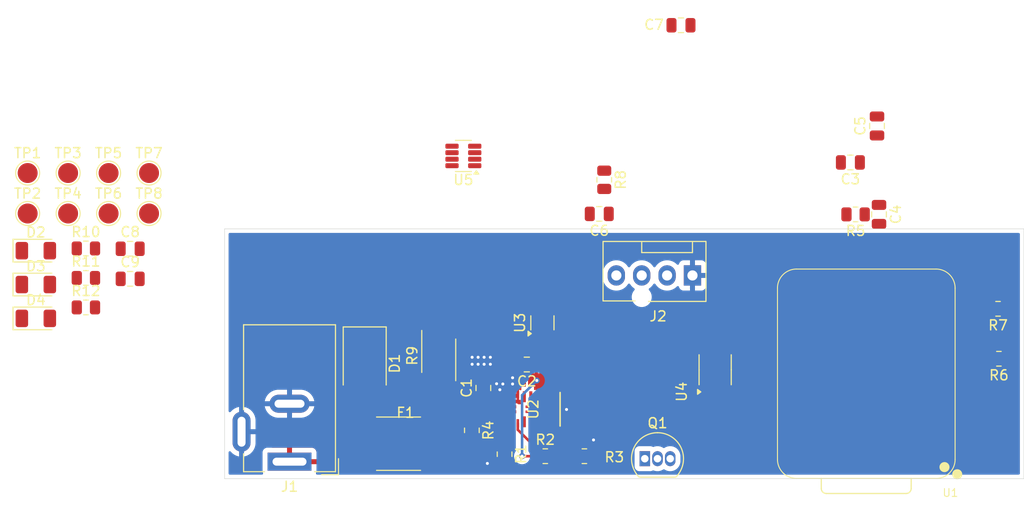
<source format=kicad_pcb>
(kicad_pcb (version 20241229) (generator "pcbnew") (generator_version "9.0")
  (layers (0 "F.Cu" signal) (2 "B.Cu" signal) (13 "F.Paste" user) (15 "B.Paste" user) (5 "F.SilkS" user "F.Silkscreen") (7 "B.SilkS" user "B.Silkscreen") (1 "F.Mask" user) (3 "B.Mask" user) (25 "Edge.Cuts" user))
  (net 0 "")
  (net 1 "GND")
  (net 2 "+12V")
  (net 3 "+5V")
  (net 4 "VCC")
  (net 5 "+3V3")
  (net 6 "/DC_IN")
  (net 7 "TACH")
  (net 8 "FAN")
  (net 9 "VDC")
  (net 10 "/TEMP_P")
  (net 11 "/TEMP_D")
  (net 12 "Net-(U2-AAM)")
  (net 13 "Net-(U2-FB)")
  (net 14 "Net-(U2-EN)")
  (net 15 "Net-(U3-ST)")
  (net 16 "SDA")
  (net 17 "SCL")
  (net 18 "Net-(D2-A)")
  (net 19 "Net-(D3-A)")
  (net 44 "/SW")
  (net 47 "Net-(D4-A)")
  (net 48 "/VSense-")
  (net 49 "/VSense+")
  (footprint "Connector_BarrelJack:BarrelJack_Wuerth_6941xx301002" (layer "F.Cu") (at 117 106.3 180)
    (property "Reference" "J1" (at 0 -2.5 0) (layer "F.SilkS"))
    (property "Value" "Barrel_Jack_Switch")
    (fp_line (start 4.6 13.7) (end -4.6 13.7) (stroke (width 0.12)) (layer "F.SilkS"))
    (fp_line (start 4.6 5.2) (end 4.6 13.7) (stroke (width 0.12)) (layer "F.SilkS"))
    (fp_line (start 4.6 -1) (end 4.6 0.8) (stroke (width 0.12)) (layer "F.SilkS"))
    (fp_line (start 2.5 -1) (end 4.6 -1) (stroke (width 0.12)) (layer "F.SilkS"))
    (fp_line (start -3.2 -1.3) (end -4.9 -1.3) (stroke (width 0.12)) (layer "F.SilkS"))
    (fp_line (start -4.6 13.7) (end -4.6 -1) (stroke (width 0.12)) (layer "F.SilkS"))
    (fp_line (start -4.6 -1) (end -2.5 -1) (stroke (width 0.12)) (layer "F.SilkS"))
    (fp_line (start -4.9 -1.3) (end -4.9 0.3) (stroke (width 0.12)) (layer "F.SilkS"))
    (pad "1" thru_hole rect (at 0 0 180) (size 4.4 1.8) (drill oval 3.4 0.8) (layers "*.Cu" "*.Mask") (net 6 "/DC_IN"))
    (pad "2" thru_hole oval (at 0 5.8 180) (size 4 1.8) (drill oval 3 0.8) (layers "*.Cu" "*.Mask") (net 1 "GND"))
    (pad "3" thru_hole oval (at 4.8 3 270) (size 4 1.8) (drill oval 3 0.8) (layers "*.Cu" "*.Mask") (net 1 "GND"))
  )
  (footprint "Resistor_SMD:R_0805_2012Metric" (layer "F.Cu") (at 96.62 90.86)
    (property "Reference" "R12" (at 0 -1.65 0) (layer "F.SilkS"))
    (property "Value" "10k")
    (fp_line (start -0.227064 -0.735) (end 0.227064 -0.735) (stroke (width 0.12)) (layer "F.SilkS"))
    (fp_line (start -0.227064 0.735) (end 0.227064 0.735) (stroke (width 0.12)) (layer "F.SilkS"))
    (pad "1" smd roundrect (at -0.9125 0) (size 1.025 1.4) (layers "F.Cu" "F.Mask" "F.Paste") (roundrect_rratio 0.243902) (net 4 "VCC"))
    (pad "2" smd roundrect (at 0.9125 0) (size 1.025 1.4) (layers "F.Cu" "F.Mask" "F.Paste") (roundrect_rratio 0.243902) (net 47 "Net-(D4-A)"))
  )
  (footprint "Capacitor_SMD:C_0805_2012Metric" (layer "F.Cu") (at 101.05 88)
    (property "Reference" "C9" (at 0 -1.68 0) (layer "F.SilkS"))
    (property "Value" "0.1u")
    (fp_line (start -0.261252 -0.735) (end 0.261252 -0.735) (stroke (width 0.12)) (layer "F.SilkS"))
    (fp_line (start -0.261252 0.735) (end 0.261252 0.735) (stroke (width 0.12)) (layer "F.SilkS"))
    (pad "1" smd roundrect (at -0.95 0) (size 1 1.45) (layers "F.Cu" "F.Mask" "F.Paste") (net 5 "+3V3"))
    (pad "2" smd roundrect (at 0.95 0) (size 1 1.45) (layers "F.Cu" "F.Mask" "F.Paste") (net 1 "GND"))
  )
  (footprint "LED_SMD:LED_1206_3216Metric" (layer "F.Cu") (at 91.61 85.18)
    (property "Reference" "D2" (at 0 -1.83 0) (layer "F.SilkS"))
    (property "Value" "LED")
    (fp_line (start -2.285 -1.135) (end -2.285 1.135) (stroke (width 0.12)) (layer "F.SilkS"))
    (fp_line (start -2.285 1.135) (end 1.6 1.135) (stroke (width 0.12)) (layer "F.SilkS"))
    (fp_line (start 1.6 -1.135) (end -2.285 -1.135) (stroke (width 0.12)) (layer "F.SilkS"))
    (pad "1" smd roundrect (at -1.4 0) (size 1.25 1.75) (layers "F.Cu" "F.Mask" "F.Paste") (roundrect_rratio 0.2) (net 1 "GND"))
    (pad "2" smd roundrect (at 1.4 0) (size 1.25 1.75) (layers "F.Cu" "F.Mask" "F.Paste") (roundrect_rratio 0.2) (net 18 "Net-(D2-A)"))
  )
  (footprint "Resistor_SMD:R_0805_2012Metric" (layer "F.Cu") (at 146.5125 105.75)
    (property "Reference" "R3" (at 3 0.1 0) (layer "F.SilkS"))
    (property "Value" "19.1k")
    (fp_line (start -0.227064 -0.735) (end 0.227064 -0.735) (stroke (width 0.12)) (layer "F.SilkS"))
    (fp_line (start -0.227064 0.735) (end 0.227064 0.735) (stroke (width 0.12)) (layer "F.SilkS"))
    (pad "1" smd roundrect (at -0.9125 0) (size 1.025 1.4) (layers "F.Cu" "F.Mask" "F.Paste") (roundrect_rratio 0.243902) (net 13 "Net-(U2-FB)"))
    (pad "2" smd roundrect (at 0.9125 0) (size 1.025 1.4) (layers "F.Cu" "F.Mask" "F.Paste") (roundrect_rratio 0.243902) (net 1 "GND"))
  )
  (footprint "Resistor_SMD:R_0805_2012Metric" (layer "F.Cu") (at 187.9125 91 180)
    (property "Reference" "R7" (at 0 -1.65 0) (layer "F.SilkS"))
    (property "Value" "10k")
    (fp_line (start -0.227064 0.735) (end 0.227064 0.735) (stroke (width 0.12)) (layer "F.SilkS"))
    (fp_line (start -0.227064 -0.735) (end 0.227064 -0.735) (stroke (width 0.12)) (layer "F.SilkS"))
    (pad "1" smd roundrect (at -0.9125 0 180) (size 1.025 1.4) (layers "F.Cu" "F.Mask" "F.Paste") (roundrect_rratio 0.243902) (net 5 "+3V3"))
    (pad "2" smd roundrect (at 0.9125 0 180) (size 1.025 1.4) (layers "F.Cu" "F.Mask" "F.Paste") (roundrect_rratio 0.243902) (net 17 "SCL"))
  )
  (footprint "LED_SMD:LED_1206_3216Metric" (layer "F.Cu") (at 91.61 88.57)
    (property "Reference" "D3" (at 0 -1.83 0) (layer "F.SilkS"))
    (property "Value" "LED")
    (fp_line (start -2.285 -1.135) (end -2.285 1.135) (stroke (width 0.12)) (layer "F.SilkS"))
    (fp_line (start -2.285 1.135) (end 1.6 1.135) (stroke (width 0.12)) (layer "F.SilkS"))
    (fp_line (start 1.6 -1.135) (end -2.285 -1.135) (stroke (width 0.12)) (layer "F.SilkS"))
    (pad "1" smd roundrect (at -1.4 0) (size 1.25 1.75) (layers "F.Cu" "F.Mask" "F.Paste") (roundrect_rratio 0.2) (net 1 "GND"))
    (pad "2" smd roundrect (at 1.4 0) (size 1.25 1.75) (layers "F.Cu" "F.Mask" "F.Paste") (roundrect_rratio 0.2) (net 19 "Net-(D3-A)"))
  )
  (footprint "Resistor_SMD:R_0805_2012Metric" (layer "F.Cu") (at 188 96 180)
    (property "Reference" "R6" (at 0 -1.65 0) (layer "F.SilkS"))
    (property "Value" "10k")
    (fp_line (start -0.227064 0.735) (end 0.227064 0.735) (stroke (width 0.12)) (layer "F.SilkS"))
    (fp_line (start -0.227064 -0.735) (end 0.227064 -0.735) (stroke (width 0.12)) (layer "F.SilkS"))
    (pad "1" smd roundrect (at -0.9125 0 180) (size 1.025 1.4) (layers "F.Cu" "F.Mask" "F.Paste") (roundrect_rratio 0.243902) (net 5 "+3V3"))
    (pad "2" smd roundrect (at 0.9125 0 180) (size 1.025 1.4) (layers "F.Cu" "F.Mask" "F.Paste") (roundrect_rratio 0.243902) (net 16 "SDA"))
  )
  (footprint "Resistor_SMD:R_0805_2012Metric" (layer "F.Cu") (at 96.62 87.91)
    (property "Reference" "R11" (at 0 -1.65 0) (layer "F.SilkS"))
    (property "Value" "10k")
    (fp_line (start -0.227064 -0.735) (end 0.227064 -0.735) (stroke (width 0.12)) (layer "F.SilkS"))
    (fp_line (start -0.227064 0.735) (end 0.227064 0.735) (stroke (width 0.12)) (layer "F.SilkS"))
    (pad "1" smd roundrect (at -0.9125 0) (size 1.025 1.4) (layers "F.Cu" "F.Mask" "F.Paste") (roundrect_rratio 0.243902) (net 3 "+5V"))
    (pad "2" smd roundrect (at 0.9125 0) (size 1.025 1.4) (layers "F.Cu" "F.Mask" "F.Paste") (roundrect_rratio 0.243902) (net 19 "Net-(D3-A)"))
  )
  (footprint "LED_SMD:LED_1206_3216Metric" (layer "F.Cu") (at 91.61 91.96)
    (property "Reference" "D4" (at 0 -1.83 0) (layer "F.SilkS"))
    (property "Value" "LED")
    (fp_line (start -2.285 -1.135) (end -2.285 1.135) (stroke (width 0.12)) (layer "F.SilkS"))
    (fp_line (start -2.285 1.135) (end 1.6 1.135) (stroke (width 0.12)) (layer "F.SilkS"))
    (fp_line (start 1.6 -1.135) (end -2.285 -1.135) (stroke (width 0.12)) (layer "F.SilkS"))
    (pad "1" smd roundrect (at -1.4 0) (size 1.25 1.75) (layers "F.Cu" "F.Mask" "F.Paste") (roundrect_rratio 0.2) (net 1 "GND"))
    (pad "2" smd roundrect (at 1.4 0) (size 1.25 1.75) (layers "F.Cu" "F.Mask" "F.Paste") (roundrect_rratio 0.2) (net 47 "Net-(D4-A)"))
  )
  (footprint "Capacitor_SMD:C_0805_2012Metric" (layer "F.Cu") (at 148 81.5 180)
    (property "Reference" "C6" (at 0 -1.68 0) (layer "F.SilkS"))
    (property "Value" "10u")
    (fp_line (start -0.261252 0.735) (end 0.261252 0.735) (stroke (width 0.12)) (layer "F.SilkS"))
    (fp_line (start -0.261252 -0.735) (end 0.261252 -0.735) (stroke (width 0.12)) (layer "F.SilkS"))
    (pad "1" smd roundrect (at -0.95 0 180) (size 1 1.45) (layers "F.Cu" "F.Mask" "F.Paste") (net 5 "+3V3"))
    (pad "2" smd roundrect (at 0.95 0 180) (size 1 1.45) (layers "F.Cu" "F.Mask" "F.Paste") (net 1 "GND"))
  )
  (footprint "TestPoint:TestPoint_Pad_D2.0mm" (layer "F.Cu") (at 98.89 77.41)
    (property "Reference" "TP5" (at 0 -1.998 0) (layer "F.SilkS"))
    (property "Value" "SCL")
    (fp_circle (center 0 0) (end 0 1.2) (stroke (width 0.12)) (fill no) (layer "F.SilkS"))
    (pad "1" smd circle (at 0 0) (size 2 2) (layers "F.Cu" "F.Mask") (net 17 "SCL"))
  )
  (footprint "TestPoint:TestPoint_Pad_D2.0mm" (layer "F.Cu") (at 98.89 81.46)
    (property "Reference" "TP6" (at 0 -1.998 0) (layer "F.SilkS"))
    (property "Value" "SDA")
    (fp_circle (center 0 0) (end 0 1.2) (stroke (width 0.12)) (fill no) (layer "F.SilkS"))
    (pad "1" smd circle (at 0 0) (size 2 2) (layers "F.Cu" "F.Mask") (net 16 "SDA"))
  )
  (footprint "Package_TO_SOT_SMD:SOT-363_SC-70-6" (layer "F.Cu") (at 142.31 92.4 90)
    (property "Reference" "U3" (at 0 -2.25 90) (layer "F.SilkS"))
    (property "Value" "LM66100DCK")
    (fp_line (start -0.71 -1.16) (end 0.7 -1.16) (stroke (width 0.12)) (layer "F.SilkS"))
    (fp_line (start -0.7 1.16) (end 0.7 1.16) (stroke (width 0.12)) (layer "F.SilkS"))
    (fp_poly (pts (xy -1.08 -1.11) (xy -1.32 -1.44) (xy -0.84 -1.44) (xy -1.08 -1.11)) (stroke (width 0.12)) (fill yes) (layer "F.SilkS"))
    (pad "1" smd roundrect (at -0.95 -0.65 90) (size 0.65 0.4) (layers "F.Cu" "F.Mask" "F.Paste") (net 3 "+5V"))
    (pad "2" smd roundrect (at -0.95 0 90) (size 0.65 0.4) (layers "F.Cu" "F.Mask" "F.Paste") (net 1 "GND"))
    (pad "3" smd roundrect (at -0.95 0.65 90) (size 0.65 0.4) (layers "F.Cu" "F.Mask" "F.Paste") (net 4 "VCC"))
    (pad "4" smd roundrect (at 0.95 0.65 90) (size 0.65 0.4) (layers "F.Cu" "F.Mask" "F.Paste"))
    (pad "5" smd roundrect (at 0.95 0 90) (size 0.65 0.4) (layers "F.Cu" "F.Mask" "F.Paste") (net 15 "Net-(U3-ST)"))
    (pad "6" smd roundrect (at 0.95 -0.65 90) (size 0.65 0.4) (layers "F.Cu" "F.Mask" "F.Paste") (net 4 "VCC"))
  )
  (footprint "Fuse:Fuse_2920_7451Metric" (layer "F.Cu") (at 127.9125 104.5)
    (property "Reference" "F1" (at 0.7 -3.1 0) (layer "F.SilkS"))
    (property "Value" "2920L400/15MR")
    (fp_line (start -2.203752 -2.67) (end 2.203752 -2.67) (stroke (width 0.12)) (layer "F.SilkS"))
    (fp_line (start -2.203752 2.67) (end 2.203752 2.67) (stroke (width 0.12)) (layer "F.SilkS"))
    (pad "1" smd roundrect (at -3.3875 0) (size 1.925 5.45) (layers "F.Cu" "F.Mask" "F.Paste") (roundrect_rratio 0.12987) (net 6 "/DC_IN"))
    (pad "2" smd roundrect (at 3.3875 0) (size 1.925 5.45) (layers "F.Cu" "F.Mask" "F.Paste") (roundrect_rratio 0.12987) (net 2 "+12V"))
  )
  (footprint "Resistor_SMD:R_0805_2012Metric" (layer "F.Cu") (at 173.655 81.55 180)
    (property "Reference" "R5" (at 0 -1.65 180) (layer "F.SilkS"))
    (property "Value" "10k")
    (fp_line (start -0.227064 0.735) (end 0.227064 0.735) (stroke (width 0.12)) (layer "F.SilkS"))
    (fp_line (start -0.227064 -0.735) (end 0.227064 -0.735) (stroke (width 0.12)) (layer "F.SilkS"))
    (pad "1" smd roundrect (at -0.9125 0 180) (size 1.025 1.4) (layers "F.Cu" "F.Mask" "F.Paste") (roundrect_rratio 0.243902) (net 4 "VCC"))
    (pad "2" smd roundrect (at 0.9125 0 180) (size 1.025 1.4) (layers "F.Cu" "F.Mask" "F.Paste") (roundrect_rratio 0.243902) (net 15 "Net-(U3-ST)"))
  )
  (footprint "TestPoint:TestPoint_Pad_D2.0mm" (layer "F.Cu") (at 102.94 81.46)
    (property "Reference" "TP8" (at 0 -1.998 0) (layer "F.SilkS"))
    (property "Value" "TACH")
    (fp_circle (center 0 0) (end 0 1.2) (stroke (width 0.12)) (fill no) (layer "F.SilkS"))
    (pad "1" smd circle (at 0 0) (size 2 2) (layers "F.Cu" "F.Mask") (net 7 "TACH"))
  )
  (footprint "Capacitor_SMD:C_0805_2012Metric" (layer "F.Cu") (at 101.05 84.99)
    (property "Reference" "C8" (at 0 -1.68 0) (layer "F.SilkS"))
    (property "Value" "0.1u")
    (fp_line (start -0.261252 -0.735) (end 0.261252 -0.735) (stroke (width 0.12)) (layer "F.SilkS"))
    (fp_line (start -0.261252 0.735) (end 0.261252 0.735) (stroke (width 0.12)) (layer "F.SilkS"))
    (pad "1" smd roundrect (at -0.95 0) (size 1 1.45) (layers "F.Cu" "F.Mask" "F.Paste") (net 5 "+3V3"))
    (pad "2" smd roundrect (at 0.95 0) (size 1 1.45) (layers "F.Cu" "F.Mask" "F.Paste") (net 1 "GND"))
  )
  (footprint "Capacitor_SMD:C_0805_2012Metric" (layer "F.Cu") (at 136.4 98.925 90)
    (property "Reference" "C1" (at 0 -1.68 90) (layer "F.SilkS"))
    (property "Value" "10u")
    (fp_line (start -0.261252 -0.735) (end 0.261252 -0.735) (stroke (width 0.12)) (layer "F.SilkS"))
    (fp_line (start -0.261252 0.735) (end 0.261252 0.735) (stroke (width 0.12)) (layer "F.SilkS"))
    (pad "1" smd roundrect (at -0.95 0 90) (size 1 1.45) (layers "F.Cu" "F.Mask" "F.Paste") (net 2 "+12V"))
    (pad "2" smd roundrect (at 0.95 0 90) (size 1 1.45) (layers "F.Cu" "F.Mask" "F.Paste") (net 1 "GND"))
  )
  (footprint "Capacitor_SMD:C_0805_2012Metric" (layer "F.Cu") (at 175.8 72.7 90)
    (property "Reference" "C5" (at 0 -1.68 90) (layer "F.SilkS"))
    (property "Value" "22u")
    (fp_line (start -0.261252 -0.735) (end 0.261252 -0.735) (stroke (width 0.12)) (layer "F.SilkS"))
    (fp_line (start -0.261252 0.735) (end 0.261252 0.735) (stroke (width 0.12)) (layer "F.SilkS"))
    (pad "1" smd roundrect (at -0.95 0 90) (size 1 1.45) (layers "F.Cu" "F.Mask" "F.Paste") (net 5 "+3V3"))
    (pad "2" smd roundrect (at 0.95 0 90) (size 1 1.45) (layers "F.Cu" "F.Mask" "F.Paste") (net 1 "GND"))
  )
  (footprint "Resistor_SMD:R_0805_2012Metric" (layer "F.Cu") (at 138.525 105.55 -90)
    (property "Reference" "R1" (at 0 -1.65 90) (layer "F.SilkS"))
    (property "Value" "53.6k")
    (fp_line (start -0.227064 0.735) (end 0.227064 0.735) (stroke (width 0.12)) (layer "F.SilkS"))
    (fp_line (start -0.227064 -0.735) (end 0.227064 -0.735) (stroke (width 0.12)) (layer "F.SilkS"))
    (pad "1" smd roundrect (at -0.9125 0 270) (size 1.025 1.4) (layers "F.Cu" "F.Mask" "F.Paste") (roundrect_rratio 0.243902) (net 12 "Net-(U2-AAM)"))
    (pad "2" smd roundrect (at 0.9125 0 270) (size 1.025 1.4) (layers "F.Cu" "F.Mask" "F.Paste") (roundrect_rratio 0.243902) (net 1 "GND"))
  )
  (footprint "Connector:FanPinHeader_1x04_P2.54mm_Vertical" (layer "F.Cu") (at 157.33 87.66 180)
    (property "Reference" "J2" (at 3.44 -4.09 0) (layer "F.SilkS"))
    (property "Value" "Conn_01x04_Pin")
    (fp_line (start 8.95 3.4) (end -1.35 3.4) (stroke (width 0.12)) (layer "F.SilkS"))
    (fp_line (start 8.95 -2.55) (end 8.95 3.4) (stroke (width 0.12)) (layer "F.SilkS"))
    (fp_line (start 5.75 -2.55) (end 8.95 -2.55) (stroke (width 0.12)) (layer "F.SilkS"))
    (fp_line (start 5.08 2.29) (end 5.08 3.3) (stroke (width 0.12)) (layer "F.SilkS"))
    (fp_line (start 0 3.3) (end 0 2.29) (stroke (width 0.12)) (layer "F.SilkS"))
    (fp_line (start 0 2.29) (end 5.08 2.29) (stroke (width 0.12)) (layer "F.SilkS"))
    (fp_line (start -1.35 3.4) (end -1.35 -2.6) (stroke (width 0.12)) (layer "F.SilkS"))
    (fp_line (start -1.35 -2.6) (end 4.4 -2.6) (stroke (width 0.12)) (layer "F.SilkS"))
    (pad "" np_thru_hole circle (at 5.08 -2.16 270) (size 1.1 1.1) (drill 1.1) (layers "*.Cu" "*.Mask"))
    (pad "1" thru_hole rect (at 0 0 270) (size 2.03 1.73) (drill 1.02) (layers "*.Cu" "*.Mask") (net 1 "GND"))
    (pad "2" thru_hole oval (at 2.54 0 270) (size 2.03 1.73) (drill 1.02) (layers "*.Cu" "*.Mask") (net 9 "VDC"))
    (pad "3" thru_hole oval (at 5.08 0 270) (size 2.03 1.73) (drill 1.02) (layers "*.Cu" "*.Mask") (net 7 "TACH"))
    (pad "4" thru_hole oval (at 7.62 0 270) (size 2.03 1.73) (drill 1.02) (layers "*.Cu" "*.Mask") (net 8 "FAN"))
  )
  (footprint "TestPoint:TestPoint_Pad_D2.0mm" (layer "F.Cu") (at 102.94 77.41)
    (property "Reference" "TP7" (at 0 -1.998 0) (layer "F.SilkS"))
    (property "Value" "FAN")
    (fp_circle (center 0 0) (end 0 1.2) (stroke (width 0.12)) (fill no) (layer "F.SilkS"))
    (pad "1" smd circle (at 0 0) (size 2 2) (layers "F.Cu" "F.Mask") (net 8 "FAN"))
  )
  (footprint "Resistor_SMD:R_0805_2012Metric" (layer "F.Cu") (at 135.25 103.1625 -90)
    (property "Reference" "R4" (at 0 -1.65 90) (layer "F.SilkS"))
    (property "Value" "100k")
    (fp_line (start -0.227064 0.735) (end 0.227064 0.735) (stroke (width 0.12)) (layer "F.SilkS"))
    (fp_line (start -0.227064 -0.735) (end 0.227064 -0.735) (stroke (width 0.12)) (layer "F.SilkS"))
    (pad "1" smd roundrect (at -0.9125 0 270) (size 1.025 1.4) (layers "F.Cu" "F.Mask" "F.Paste") (roundrect_rratio 0.243902) (net 2 "+12V"))
    (pad "2" smd roundrect (at 0.9125 0 270) (size 1.025 1.4) (layers "F.Cu" "F.Mask" "F.Paste") (roundrect_rratio 0.243902) (net 14 "Net-(U2-EN)"))
  )
  (footprint "Capacitor_SMD:C_0805_2012Metric" (layer "F.Cu") (at 140.75 96.575 180)
    (property "Reference" "C2" (at 0 -1.68 0) (layer "F.SilkS"))
    (property "Value" "22u")
    (fp_line (start -0.261252 0.735) (end 0.261252 0.735) (stroke (width 0.12)) (layer "F.SilkS"))
    (fp_line (start -0.261252 -0.735) (end 0.261252 -0.735) (stroke (width 0.12)) (layer "F.SilkS"))
    (pad "1" smd roundrect (at -0.95 0 180) (size 1 1.45) (layers "F.Cu" "F.Mask" "F.Paste") (net 3 "+5V"))
    (pad "2" smd roundrect (at 0.95 0 180) (size 1 1.45) (layers "F.Cu" "F.Mask" "F.Paste") (net 1 "GND"))
  )
  (footprint "Package_SO:MSOP-8_3x3mm_P0.65mm" (layer "F.Cu") (at 159.6 97.1 90)
    (property "Reference" "U4" (at -2.2 -3.35 90) (layer "F.SilkS"))
    (property "Value" "EMC2101-ACZL-TR")
    (fp_line (start 0 -1.61) (end 1.5 -1.61) (stroke (width 0.12)) (layer "F.SilkS"))
    (fp_line (start 0 -1.61) (end -1.5 -1.61) (stroke (width 0.12)) (layer "F.SilkS"))
    (fp_line (start 0 1.61) (end 1.5 1.61) (stroke (width 0.12)) (layer "F.SilkS"))
    (fp_line (start 0 1.61) (end -1.5 1.61) (stroke (width 0.12)) (layer "F.SilkS"))
    (fp_poly (pts (xy -2.2125 -1.435) (xy -2.4525 -1.765) (xy -1.9725 -1.765)) (stroke (width 0.12)) (fill yes) (layer "F.SilkS"))
    (pad "1" smd roundrect (at -2.1125 -0.975 90) (size 1.625 0.4) (layers "F.Cu" "F.Mask" "F.Paste") (net 5 "+3V3"))
    (pad "2" smd roundrect (at -2.1125 -0.325 90) (size 1.625 0.4) (layers "F.Cu" "F.Mask" "F.Paste") (net 10 "/TEMP_P"))
    (pad "3" smd roundrect (at -2.1125 0.325 90) (size 1.625 0.4) (layers "F.Cu" "F.Mask" "F.Paste") (net 11 "/TEMP_D"))
    (pad "4" smd roundrect (at -2.1125 0.975 90) (size 1.625 0.4) (layers "F.Cu" "F.Mask" "F.Paste") (net 8 "FAN"))
    (pad "5" smd roundrect (at 2.1125 0.975 90) (size 1.625 0.4) (layers "F.Cu" "F.Mask" "F.Paste") (net 1 "GND"))
    (pad "6" smd roundrect (at 2.1125 0.325 90) (size 1.625 0.4) (layers "F.Cu" "F.Mask" "F.Paste") (net 7 "TACH"))
    (pad "7" smd roundrect (at 2.1125 -0.325 90) (size 1.625 0.4) (layers "F.Cu" "F.Mask" "F.Paste") (net 16 "SDA"))
    (pad "8" smd roundrect (at 2.1125 -0.975 90) (size 1.625 0.4) (layers "F.Cu" "F.Mask" "F.Paste") (net 17 "SCL"))
  )
  (footprint "Capacitor_SMD:C_0805_2012Metric" (layer "F.Cu") (at 156.18 62.62 180)
    (property "Reference" "C7" (at 2.7 0.05 0) (layer "F.SilkS"))
    (property "Value" "10u")
    (fp_line (start -0.261252 0.735) (end 0.261252 0.735) (stroke (width 0.12)) (layer "F.SilkS"))
    (fp_line (start -0.261252 -0.735) (end 0.261252 -0.735) (stroke (width 0.12)) (layer "F.SilkS"))
    (pad "1" smd roundrect (at -0.95 0 180) (size 1 1.45) (layers "F.Cu" "F.Mask" "F.Paste") (net 5 "+3V3"))
    (pad "2" smd roundrect (at 0.95 0 180) (size 1 1.45) (layers "F.Cu" "F.Mask" "F.Paste") (net 1 "GND"))
  )
  (footprint "TestPoint:TestPoint_Pad_D2.0mm" (layer "F.Cu") (at 94.84 77.41)
    (property "Reference" "TP3" (at 0 -1.998 0) (layer "F.SilkS"))
    (property "Value" "VMCU TP")
    (fp_circle (center 0 0) (end 0 1.2) (stroke (width 0.12)) (fill no) (layer "F.SilkS"))
    (pad "1" smd circle (at 0 0) (size 2 2) (layers "F.Cu" "F.Mask") (net 4 "VCC"))
  )
  (footprint "MPM3610GQV-P:QFN3p0x5p0x1p6_MPM3610_MNP" (layer "F.Cu") (at 141.4 101.054 90)
    (property "Reference" "U2" (at 0 0 90) (layer "F.SilkS"))
    (property "Value" "MPM3610GQV-P")
    (fp_poly (pts (xy -1.292 0.273) (xy -0.708 0.273) (xy -0.708 2.227) (xy -1.292 2.227)) (fill yes) (layer "F.Cu"))
    (fp_poly (pts (xy 1.292 2.227) (xy 0.708 2.227) (xy 0.708 0.273) (xy 1.292 0.273)) (fill yes) (layer "F.Cu"))
    (fp_line (start 1.6764 2.6797) (end -1.6764 2.6797) (stroke (width 0.1524)) (layer "F.SilkS"))
    (pad "1" smd rect (at -1.394 -1.55 90) (size 0.8128 0.254) (layers "F.Cu" "F.Mask" "F.Paste") (net 13 "Net-(U2-FB)"))
    (pad "2" smd rect (at -1.254 -0.900001 90) (size 1.0922 0.3048) (layers "F.Cu" "F.Mask" "F.Paste"))
    (pad "3" smd rect (at -1.254 -0.25 90) (size 1.0922 0.3048) (layers "F.Cu" "F.Mask" "F.Paste") (net 1 "GND"))
    (pad "4" smd rect (at -1.546 0.4 90) (size 0.508 0.254) (layers "F.Cu" "F.Mask" "F.Paste") (net 44 "/SW"))
    (pad "5" smd rect (at -1.546 1.250001 90) (size 0.508 0.254) (layers "F.Cu" "F.Mask" "F.Paste") (net 44 "/SW"))
    (pad "6" smd rect (at -1.546 2.1 90) (size 0.508 0.254) (layers "F.Cu" "F.Mask" "F.Paste") (net 44 "/SW"))
    (pad "7" smd rect (at 1.546 2.1 90) (size 0.508 0.254) (layers "F.Cu" "F.Mask" "F.Paste") (net 3 "+5V"))
    (pad "8" smd rect (at 1.546 1.250001 90) (size 0.508 0.254) (layers "F.Cu" "F.Mask" "F.Paste") (net 3 "+5V"))
    (pad "9" smd rect (at 1.546 0.4 90) (size 0.508 0.254) (layers "F.Cu" "F.Mask" "F.Paste") (net 3 "+5V"))
    (pad "10" smd rect (at 1.254 -0.25 90) (size 1.0922 0.3048) (layers "F.Cu" "F.Mask" "F.Paste"))
    (pad "11" smd rect (at 1.254 -0.900001 90) (size 1.0922 0.3048) (layers "F.Cu" "F.Mask" "F.Paste"))
    (pad "12" smd rect (at 1.444 -1.55 90) (size 0.7112 0.254) (layers "F.Cu" "F.Mask" "F.Paste") (net 1 "GND"))
    (pad "13" smd rect (at 1.25 -2.444 180) (size 0.7112 0.254) (layers "F.Cu" "F.Mask" "F.Paste") (net 1 "GND"))
    (pad "14" smd rect (at 0.750001 -2.444 180) (size 0.7112 0.254) (layers "F.Cu" "F.Mask" "F.Paste") (net 1 "GND"))
    (pad "15" smd rect (at 0.25 -2.254 180) (size 1.0922 0.3048) (layers "F.Cu" "F.Mask" "F.Paste"))
    (pad "16" smd rect (at -0.25 -2.254 180) (size 1.0922 0.3048) (layers "F.Cu" "F.Mask" "F.Paste") (net 2 "+12V"))
    (pad "17" smd rect (at -0.750001 -2.444 180) (size 0.7112 0.254) (layers "F.Cu" "F.Mask" "F.Paste") (net 14 "Net-(U2-EN)"))
    (pad "18" smd rect (at -1.25 -2.444 180) (size 0.7112 0.254) (layers "F.Cu" "F.Mask" "F.Paste") (net 12 "Net-(U2-AAM)"))
    (pad "19" smd rect (at -0.25 -0.575 90) (size 0.254 0.4064) (layers "F.Cu" "F.Mask" "F.Paste"))
    (pad "20" smd rect (at 0.25 -0.575 90) (size 0.254 0.4064) (layers "F.Cu" "F.Mask" "F.Paste"))
    (zone (net 0) (net_name "") (layer "F.Cu") (connect_pads (clearance 0)) (min_thickness 0.254)
      (keepout (tracks not_allowed) (vias not_allowed) (pads allowed) (copperpour not_allowed) (footprints allowed))
      (fill (thermal_gap 0.508) (thermal_bridge_width 0.508))
      (polygon (pts (xy 140.430005 100.478995) (xy 140.430005 101.629005) (xy 141.219995 101.629005) (xy 141.219995 100.478995)))
    )
  )
  (footprint "Capacitor_SMD:C_0805_2012Metric" (layer "F.Cu") (at 173.135 76.35 180)
    (property "Reference" "C3" (at 0 -1.68 0) (layer "F.SilkS"))
    (property "Value" "10u")
    (fp_line (start -0.261252 0.735) (end 0.261252 0.735) (stroke (width 0.12)) (layer "F.SilkS"))
    (fp_line (start -0.261252 -0.735) (end 0.261252 -0.735) (stroke (width 0.12)) (layer "F.SilkS"))
    (pad "1" smd roundrect (at -0.95 0 180) (size 1 1.45) (layers "F.Cu" "F.Mask" "F.Paste") (net 3 "+5V"))
    (pad "2" smd roundrect (at 0.95 0 180) (size 1 1.45) (layers "F.Cu" "F.Mask" "F.Paste") (net 1 "GND"))
  )
  (footprint "Package_TO_SOT_THT:TO-92_Inline" (layer "F.Cu") (at 152.56 106)
    (property "Reference" "Q1" (at 1.27 -3.56 0) (layer "F.SilkS"))
    (property "Value" "2N3904")
    (fp_line (start -0.53 1.85) (end 3.07 1.85) (stroke (width 0.12)) (layer "F.SilkS"))
    (fp_arc (start -0.568478 1.838478) (mid -1.132087 -0.994977) (end 1.27 -2.6) (stroke (width 0.12)) (layer "F.SilkS"))
    (fp_arc (start 1.27 -2.6) (mid 3.672087 -0.994977) (end 3.108478 1.838478) (stroke (width 0.12)) (layer "F.SilkS"))
    (pad "1" thru_hole rect (at 0 0) (size 1.05 1.5) (drill 0.75) (layers "*.Cu" "*.Mask") (net 11 "/TEMP_D"))
    (pad "2" thru_hole oval (at 1.27 0) (size 1.05 1.5) (drill 0.75) (layers "*.Cu" "*.Mask") (net 10 "/TEMP_P"))
    (pad "3" thru_hole oval (at 2.54 0) (size 1.05 1.5) (drill 0.75) (layers "*.Cu" "*.Mask") (net 10 "/TEMP_P"))
  )
  (footprint "Resistor_SMD:R_Shunt_Vishay_WSK2512_6332Metric_T1.19mm" (layer "F.Cu") (at 131.935 95.695 90)
    (property "Reference" "R9" (at 0 -2.65 90) (layer "F.SilkS"))
    (property "Value" "CMS-R050-1.0")
    (fp_line (start -1.67 -1.7) (end 2.53 -1.7) (stroke (width 0.12)) (layer "F.SilkS"))
    (fp_line (start -2.5 1.7) (end 1.67 1.7) (stroke (width 0.12)) (layer "F.SilkS"))
    (pad "1" smd roundrect (at -2.985 -0.635 90) (size 2.29 2.03) (layers "F.Cu" "F.Mask" "F.Paste") (roundrect_rratio 0.12) (net 2 "+12V"))
    (pad "2" smd roundrect (at -3.43 1.27 90) (size 1.4 0.76) (layers "F.Cu" "F.Mask" "F.Paste") (roundrect_rratio 0.12) (net 49 "/VSense+"))
    (pad "3" smd roundrect (at 3.43 -1.27 90) (size 1.4 0.76) (layers "F.Cu" "F.Mask" "F.Paste") (net 48 "/VSense-"))
    (pad "4" smd roundrect (at 2.985 0.635 90) (size 2.29 2.03) (layers "F.Cu" "F.Mask" "F.Paste") (roundrect_rratio 0.12) (net 9 "VDC"))
  )
  (footprint "TestPoint:TestPoint_Pad_D2.0mm" (layer "F.Cu") (at 90.79 77.41)
    (property "Reference" "TP1" (at 0 -1.998 0) (layer "F.SilkS"))
    (property "Value" "12V TP")
    (fp_circle (center 0 0) (end 0 1.2) (stroke (width 0.12)) (fill no) (layer "F.SilkS"))
    (pad "1" smd circle (at 0 0) (size 2 2) (layers "F.Cu" "F.Mask") (net 2 "+12V"))
  )
  (footprint "Capacitor_SMD:C_0805_2012Metric" (layer "F.Cu") (at 176 81.55 -90)
    (property "Reference" "C4" (at 0 -1.68 90) (layer "F.SilkS"))
    (property "Value" "10u")
    (fp_line (start -0.261252 0.735) (end 0.261252 0.735) (stroke (width 0.12)) (layer "F.SilkS"))
    (fp_line (start -0.261252 -0.735) (end 0.261252 -0.735) (stroke (width 0.12)) (layer "F.SilkS"))
    (pad "1" smd roundrect (at -0.95 0 270) (size 1 1.45) (layers "F.Cu" "F.Mask" "F.Paste") (net 4 "VCC"))
    (pad "2" smd roundrect (at 0.95 0 270) (size 1 1.45) (layers "F.Cu" "F.Mask" "F.Paste") (net 1 "GND"))
  )
  (footprint "Diode_SMD:D_SMB" (layer "F.Cu") (at 124.525 96.475 -90)
    (property "Reference" "D1" (at 0 -3 90) (layer "F.SilkS"))
    (property "Value" "P6SMB16A")
    (fp_line (start -3.66 2.15) (end 2.15 2.15) (stroke (width 0.12)) (layer "F.SilkS"))
    (fp_line (start -3.66 -2.15) (end -3.66 2.15) (stroke (width 0.12)) (layer "F.SilkS"))
    (fp_line (start -3.66 -2.15) (end 2.15 -2.15) (stroke (width 0.12)) (layer "F.SilkS"))
    (pad "1" smd roundrect (at -2.15 0 270) (size 2.5 2.3) (layers "F.Cu" "F.Mask" "F.Paste") (roundrect_rratio 0.1086956522) (net 1 "GND"))
    (pad "2" smd roundrect (at 2.15 0 270) (size 2.5 2.3) (layers "F.Cu" "F.Mask" "F.Paste") (roundrect_rratio 0.1086956522) (net 6 "/DC_IN"))
  )
  (footprint "TestPoint:TestPoint_Pad_D2.0mm" (layer "F.Cu") (at 90.79 81.46)
    (property "Reference" "TP2" (at 0 -1.998 0) (layer "F.SilkS"))
    (property "Value" "5V TP")
    (fp_circle (center 0 0) (end 0 1.2) (stroke (width 0.12)) (fill no) (layer "F.SilkS"))
    (pad "1" smd circle (at 0 0) (size 2 2) (layers "F.Cu" "F.Mask") (net 3 "+5V"))
  )
  (footprint "Resistor_SMD:R_0805_2012Metric" (layer "F.Cu") (at 148.5 78.0875 -90)
    (property "Reference" "R8" (at 0 -1.65 270) (layer "F.SilkS"))
    (property "Value" "10k")
    (fp_line (start -0.227064 0.735) (end 0.227064 0.735) (stroke (width 0.12)) (layer "F.SilkS"))
    (fp_line (start -0.227064 -0.735) (end 0.227064 -0.735) (stroke (width 0.12)) (layer "F.SilkS"))
    (pad "1" smd roundrect (at -0.9125 0 270) (size 1.025 1.4) (layers "F.Cu" "F.Mask" "F.Paste") (roundrect_rratio 0.243902) (net 5 "+3V3"))
    (pad "2" smd roundrect (at 0.9125 0 270) (size 1.025 1.4) (layers "F.Cu" "F.Mask" "F.Paste") (roundrect_rratio 0.243902) (net 8 "FAN"))
  )
  (footprint "OPL_Kicad_Library:XIAO-ESP32C6-SMD" (layer "F.Cu") (at 174.5 97.46 180)
    (property "Reference" "U1" (at -9.5 -11.5 0) (layer "F.SilkS") (effects (font (size 0.78232 0.78232) (thickness 0.10668)) (justify right top)))
    (property "Value" "XIAO-ESP32-C6-SMD")
    (fp_line (start 8.6634 8.5345) (end 8.6634 -8.6105) (stroke (width 0.1)) (layer "F.SilkS"))
    (fp_line (start 6.7584 -10.5155) (end -7.2116 -10.5155) (stroke (width 0.1)) (layer "F.SilkS"))
    (fp_line (start 4.2774 -11.5255) (end 4.2774 -10.5155) (stroke (width 0.127)) (layer "F.SilkS"))
    (fp_line (start -4.217872 -12.0255) (end 3.7774 -12.0255) (stroke (width 0.127)) (layer "F.SilkS"))
    (fp_line (start -4.7216 -10.5155) (end -4.717872 -11.525772) (stroke (width 0.127)) (layer "F.SilkS"))
    (fp_line (start -7.2116 10.4395) (end 6.7584 10.4395) (stroke (width 0.1)) (layer "F.SilkS"))
    (fp_line (start -9.1166 8.5345) (end -9.1166 -8.6105) (stroke (width 0.1)) (layer "F.SilkS"))
    (fp_arc (start 8.6634 8.5345) (mid 8.105438 9.881538) (end 6.7584 10.4395) (stroke (width 0.1)) (layer "F.SilkS"))
    (fp_arc (start 6.7584 -10.5155) (mid 8.105438 -9.957538) (end 8.6634 -8.6105) (stroke (width 0.1)) (layer "F.SilkS"))
    (fp_arc (start 3.7774 -12.0255) (mid 4.130953 -11.879053) (end 4.2774 -11.5255) (stroke (width 0.127)) (layer "F.SilkS"))
    (fp_arc (start -4.717872 -11.525772) (mid -4.571324 -11.879144) (end -4.217872 -12.0255) (stroke (width 0.127)) (layer "F.SilkS"))
    (fp_arc (start -7.2116 10.4395) (mid -8.558638 9.881538) (end -9.1166 8.5345) (stroke (width 0.1)) (layer "F.SilkS"))
    (fp_arc (start -9.1166 -8.6145) (mid -8.558638 -9.961538) (end -7.2116 -10.5195) (stroke (width 0.1)) (layer "F.SilkS"))
    (fp_circle (center -8.0526 -9.3825) (end -8.0526 -9.6365) (stroke (width 0.5)) (fill yes) (layer "F.SilkS"))
    (fp_circle (center -9.3266 -10.0995) (end -9.3266 -10.3535) (stroke (width 0.5)) (fill yes) (layer "F.SilkS"))
    (pad "1" smd roundrect (at -8.2816 -7.5985 180) (size 2.75 2) (layers "F.Cu" "F.Mask" "F.Paste"))
    (pad "2" smd roundrect (at -8.2816 -5.0585 180) (size 2.75 2) (layers "F.Cu" "F.Mask" "F.Paste"))
    (pad "3" smd roundrect (at -8.2816 -2.5185 180) (size 2.75 2) (layers "F.Cu" "F.Mask" "F.Paste"))
    (pad "4" smd roundrect (at -8.2816 0.0215 180) (size 2.75 2) (layers "F.Cu" "F.Mask" "F.Paste"))
    (pad "5" smd roundrect (at -8.2816 2.5615 180) (size 2.75 2) (layers "F.Cu" "F.Mask" "F.Paste") (net 16 "SDA"))
    (pad "6" smd roundrect (at -8.2816 5.1015 180) (size 2.75 2) (layers "F.Cu" "F.Mask" "F.Paste") (net 17 "SCL"))
    (pad "7" smd roundrect (at -8.2816 7.6415 180) (size 2.75 2) (layers "F.Cu" "F.Mask" "F.Paste"))
    (pad "8" smd roundrect (at 7.8834 7.6415 180) (size 2.75 2) (layers "F.Cu" "F.Mask" "F.Paste"))
    (pad "9" smd roundrect (at 7.8834 5.1015 180) (size 2.75 2) (layers "F.Cu" "F.Mask" "F.Paste"))
    (pad "10" smd roundrect (at 7.8834 2.5615 180) (size 2.75 2) (layers "F.Cu" "F.Mask" "F.Paste"))
    (pad "11" smd roundrect (at 7.8834 0.0215 180) (size 2.75 2) (layers "F.Cu" "F.Mask" "F.Paste"))
    (pad "12" smd roundrect (at 7.8834 -2.5185 180) (size 2.75 2) (layers "F.Cu" "F.Mask" "F.Paste") (net 5 "+3V3"))
    (pad "13" smd roundrect (at 7.8834 -5.0585 180) (size 2.75 2) (layers "F.Cu" "F.Mask" "F.Paste") (net 1 "GND"))
    (pad "14" smd roundrect (at 7.8834 -7.5985 180) (size 2.75 2) (layers "F.Cu" "F.Mask" "F.Paste") (net 4 "VCC"))
    (pad "15" smd roundrect (at -2.008 5.5532 90) (size 2.5 1.1) (layers "F.Cu" "F.Mask" "F.Paste"))
    (pad "16" smd roundrect (at 0.532 5.5532 90) (size 2.5 1.1) (layers "F.Cu" "F.Mask" "F.Paste"))
    (pad "17" smd circle (at -1.5 -8.62 180) (size 1.7 1.7) (layers "F.Cu" "F.Mask" "F.Paste"))
    (pad "18" smd circle (at 1.04 -8.62 180) (size 1.7 1.7) (layers "F.Cu" "F.Mask" "F.Paste"))
    (pad "19" smd circle (at -1.5 -6.08 180) (size 1.7 1.7) (layers "F.Cu" "F.Mask" "F.Paste"))
    (pad "20" smd circle (at 1.04 -6.08 180) (size 1.7 1.7) (layers "F.Cu" "F.Mask" "F.Paste"))
    (pad "21" smd circle (at -1.5 -3.54 180) (size 1.7 1.7) (layers "F.Cu" "F.Mask" "F.Paste"))
    (pad "22" smd circle (at 1.04 -3.54 180) (size 1.7 1.7) (layers "F.Cu" "F.Mask" "F.Paste"))
    (pad "23" smd circle (at -1.5 -1 180) (size 1.7 1.7) (layers "F.Cu" "F.Mask" "F.Paste"))
    (pad "24" smd circle (at 0.9474 -1.0568 180) (size 1.7 1.7) (layers "F.Cu" "F.Mask" "F.Paste"))
  )
  (footprint "TestPoint:TestPoint_Pad_D2.0mm" (layer "F.Cu") (at 94.84 81.46)
    (property "Reference" "TP4" (at 0 -1.998 0) (layer "F.SilkS"))
    (property "Value" "3V3 TP")
    (fp_circle (center 0 0) (end 0 1.2) (stroke (width 0.12)) (fill no) (layer "F.SilkS"))
    (pad "1" smd circle (at 0 0) (size 2 2) (layers "F.Cu" "F.Mask") (net 5 "+3V3"))
  )
  (footprint "Resistor_SMD:R_0805_2012Metric" (layer "F.Cu") (at 96.62 84.96)
    (property "Reference" "R10" (at 0 -1.65 0) (layer "F.SilkS"))
    (property "Value" "10k")
    (fp_line (start -0.227064 -0.735) (end 0.227064 -0.735) (stroke (width 0.12)) (layer "F.SilkS"))
    (fp_line (start -0.227064 0.735) (end 0.227064 0.735) (stroke (width 0.12)) (layer "F.SilkS"))
    (pad "1" smd roundrect (at -0.9125 0) (size 1.025 1.4) (layers "F.Cu" "F.Mask" "F.Paste") (roundrect_rratio 0.243902) (net 2 "+12V"))
    (pad "2" smd roundrect (at 0.9125 0) (size 1.025 1.4) (layers "F.Cu" "F.Mask" "F.Paste") (roundrect_rratio 0.243902) (net 18 "Net-(D2-A)"))
  )
  (footprint "Package_TO_SOT_SMD:SOT-23-8" (layer "F.Cu") (at 134.4 75.7 180)
    (property "Reference" "U5" (at 0 -2.4 0) (layer "F.SilkS"))
    (property "Value" "INA219BIDCNR")
    (fp_line (start 0 1.56) (end 0.8 1.56) (stroke (width 0.12)) (layer "F.SilkS"))
    (fp_line (start 0 1.56) (end -0.8 1.56) (stroke (width 0.12)) (layer "F.SilkS"))
    (fp_line (start 0 -1.56) (end 0.8 -1.56) (stroke (width 0.12)) (layer "F.SilkS"))
    (fp_line (start 0 -1.56) (end -0.8 -1.56) (stroke (width 0.12)) (layer "F.SilkS"))
    (fp_poly (pts (xy -1.3 -1.485) (xy -1.54 -1.815) (xy -1.06 -1.815)) (stroke (width 0.12)) (fill yes) (layer "F.SilkS"))
    (pad "1" smd roundrect (at -1.1375 -0.975 180) (size 1.325 0.5) (layers "F.Cu" "F.Mask" "F.Paste") (net 49 "/VSense+"))
    (pad "2" smd roundrect (at -1.1375 -0.325 180) (size 1.325 0.5) (layers "F.Cu" "F.Mask" "F.Paste") (net 48 "/VSense-"))
    (pad "3" smd roundrect (at -1.1375 0.325 180) (size 1.325 0.5) (layers "F.Cu" "F.Mask" "F.Paste") (net 1 "GND"))
    (pad "4" smd roundrect (at -1.1375 0.975 180) (size 1.325 0.5) (layers "F.Cu" "F.Mask" "F.Paste") (net 5 "+3V3"))
    (pad "5" smd roundrect (at 1.1375 0.975 180) (size 1.325 0.5) (layers "F.Cu" "F.Mask" "F.Paste") (net 17 "SCL"))
    (pad "6" smd roundrect (at 1.1375 0.325 180) (size 1.325 0.5) (layers "F.Cu" "F.Mask" "F.Paste") (net 16 "SDA"))
    (pad "7" smd roundrect (at 1.1375 -0.325 180) (size 1.325 0.5) (layers "F.Cu" "F.Mask" "F.Paste") (net 1 "GND"))
    (pad "8" smd roundrect (at 1.1375 -0.975 180) (size 1.325 0.5) (layers "F.Cu" "F.Mask" "F.Paste") (net 1 "GND"))
  )
  (footprint "Resistor_SMD:R_0805_2012Metric" (layer "F.Cu") (at 142.6 105.75)
    (property "Reference" "R2" (at 0 -1.65 0) (layer "F.SilkS"))
    (property "Value" "100k")
    (fp_line (start -0.227064 -0.735) (end 0.227064 -0.735) (stroke (width 0.12)) (layer "F.SilkS"))
    (fp_line (start -0.227064 0.735) (end 0.227064 0.735) (stroke (width 0.12)) (layer "F.SilkS"))
    (pad "1" smd roundrect (at -0.9125 0) (size 1.025 1.4) (layers "F.Cu" "F.Mask" "F.Paste") (roundrect_rratio 0.243902) (net 3 "+5V"))
    (pad "2" smd roundrect (at 0.9125 0) (size 1.025 1.4) (layers "F.Cu" "F.Mask" "F.Paste") (roundrect_rratio 0.243902) (net 13 "Net-(U2-FB)"))
  )
  (gr_line (start 110.5 83) (end 110.5 108) (stroke (width 0.05)) (layer "Edge.Cuts"))
  (gr_line (start 190.5 108) (end 190.5 83) (stroke (width 0.05)) (layer "Edge.Cuts"))
  (gr_line (start 110.5 108) (end 190.5 108) (stroke (width 0.05)) (layer "Edge.Cuts"))
  (gr_line (start 190.5 83) (end 110.5 83) (stroke (width 0.05)) (layer "Edge.Cuts"))
  (segment (start 138.956 99.804) (end 138.956 98.406) (width 0.2032) (layer "F.Cu") (net 1))
  (segment (start 136.8125 106.4625) (end 136.8 106.475) (width 0.3048) (layer "F.Cu") (net 1))
  (segment (start 147.425 105.75) (end 147.425 104.125) (width 0.3048) (layer "F.Cu") (net 1))
  (segment (start 141.15 102.308) (end 141.15 101.85) (width 0.2032) (layer "F.Cu") (net 1))
  (segment (start 139.85 99.61) (end 139.85 96.625) (width 0.2032) (layer "F.Cu") (net 1))
  (segment (start 139.656 99.804) (end 139.85 99.61) (width 0.2032) (layer "F.Cu") (net 1))
  (segment (start 138.956 100.303999) (end 138.956 99.804) (width 0.2032) (layer "F.Cu") (net 1))
  (segment (start 138.956 99.804) (end 139.656 99.804) (width 0.2032) (layer "F.Cu") (net 1))
  (segment (start 141.15 101.85) (end 141.925 101.075) (width 0.2032) (layer "F.Cu") (net 1))
  (segment (start 138.525 106.4625) (end 136.8125 106.4625) (width 0.3048) (layer "F.Cu") (net 1))
  (segment (start 138.525 97.975) (end 136.4 97.975) (width 0.2032) (layer "F.Cu") (net 1))
  (segment (start 141.925 101.075) (end 144.725 101.075) (width 0.2032) (layer "F.Cu") (net 1))
  (segment (start 138.956 98.406) (end 138.525 97.975) (width 0.2032) (layer "F.Cu") (net 1))
  (segment (start 139.85 96.625) (end 139.8 96.575) (width 0.2032) (layer "F.Cu") (net 1))
  (via (at 139.325 97.9) (size 0.5) (drill 0.3) (layers "F.Cu" "B.Cu") (net 1))
  (via (at 135.275 95.85) (size 0.5) (drill 0.3) (layers "F.Cu" "B.Cu") (net 1))
  (via (at 135.875 96.55) (size 0.5) (drill 0.3) (layers "F.Cu" "B.Cu") (net 1))
  (via (at 136.475 95.85) (size 0.5) (drill 0.3) (layers "F.Cu" "B.Cu") (net 1))
  (via (at 144.725 101.075) (size 0.5) (drill 0.3) (layers "F.Cu" "B.Cu") (net 1))
  (via (at 137.1 96.55) (size 0.5) (drill 0.3) (layers "F.Cu" "B.Cu") (net 1))
  (via (at 135.275 96.55) (size 0.5) (drill 0.3) (layers "F.Cu" "B.Cu") (net 1))
  (via (at 136.8 106.475) (size 0.5) (drill 0.3) (layers "F.Cu" "B.Cu") (net 1))
  (via (at 135.875 95.85) (size 0.5) (drill 0.3) (layers "F.Cu" "B.Cu") (net 1))
  (via (at 147.425 104.125) (size 0.5) (drill 0.3) (layers "F.Cu" "B.Cu") (net 1))
  (via (at 139.325 98.525) (size 0.5) (drill 0.3) (layers "F.Cu" "B.Cu") (net 1))
  (via (at 138.35 98.525) (size 0.5) (drill 0.3) (layers "F.Cu" "B.Cu") (net 1))
  (via (at 137.1 95.85) (size 0.5) (drill 0.3) (layers "F.Cu" "B.Cu") (net 1))
  (via (at 138.05 99.1) (size 0.5) (drill 0.3) (layers "F.Cu" "B.Cu") (net 1))
  (via (at 137.725 98.5) (size 0.5) (drill 0.3) (layers "F.Cu" "B.Cu") (net 1))
  (via (at 136.475 96.55) (size 0.5) (drill 0.3) (layers "F.Cu" "B.Cu") (net 1))
  (segment (start 131.3 104.5) (end 131.3 98.68) (width 2) (layer "F.Cu") (net 2))
  (segment (start 139.146 101.304) (end 137.829 101.304) (width 0.254) (layer "F.Cu") (net 2))
  (segment (start 137.829 101.304) (end 136.4 99.875) (width 0.254) (layer "F.Cu") (net 2))
  (segment (start 141.6875 105.75) (end 140.275 105.75) (width 0.254) (layer "F.Cu") (net 3))
  (via (at 140.275 105.75) (size 0.6) (drill 0.3) (layers "F.Cu" "B.Cu") (net 3))
  (via (at 141.75 98.175) (size 0.6) (drill 0.3) (layers "F.Cu" "B.Cu") (net 3))
  (segment (start 140.275 99.65) (end 141.75 98.175) (width 0.254) (layer "B.Cu") (net 3))
  (segment (start 140.275 105.75) (end 140.275 99.65) (width 0.254) (layer "B.Cu") (net 3))
  (segment (start 124.525 98.625) (end 124.525 104.5) (width 2) (layer "F.Cu") (net 6))
  (segment (start 138.956 104.3685) (end 138.956 102.304) (width 0.2032) (layer "F.Cu") (net 12))
  (segment (start 138.525 104.6375) (end 138.687 104.6375) (width 0.2032) (layer "F.Cu") (net 12))
  (segment (start 138.687 104.6375) (end 138.956 104.3685) (width 0.2032) (layer "F.Cu") (net 12))
  (segment (start 139.85 102.448) (end 139.85 103.1084) (width 0.254) (layer "F.Cu") (net 13))
  (segment (start 143.5125 105.75) (end 145.6 105.75) (width 1) (layer "F.Cu") (net 13))
  (segment (start 141.4636 104.722) (end 142.4845 104.722) (width 0.254) (layer "F.Cu") (net 13))
  (segment (start 142.4845 104.722) (end 143.5125 105.75) (width 0.254) (layer "F.Cu") (net 13))
  (segment (start 139.85 103.1084) (end 141.4636 104.722) (width 0.254) (layer "F.Cu") (net 13))
  (segment (start 137.520999 101.804001) (end 138.956 101.804001) (width 0.2032) (layer "F.Cu") (net 14))
  (segment (start 135.25 104.075) (end 137.520999 101.804001) (width 0.2032) (layer "F.Cu") (net 14))
  (zone (net 1) (net_name "GND") (layer "F.Cu") (priority 3) (connect_pads (clearance 0.152)) (min_thickness 0.152) (fill yes (thermal_gap 0.152) (thermal_bridge_width 0.3))
    (polygon (pts (xy 138.45 100.575) (xy 140.225 100.55) (xy 140.2 98.8) (xy 140.725 98.8) (xy 140.75 95.525) (xy 134.9 95.525) (xy 134.925 98.7) (xy 137.45 98.775)))
  )
  (zone (net 3) (net_name "+5V") (layer "F.Cu") (priority 5) (connect_pads (clearance 0.152)) (min_thickness 0.152) (fill yes (thermal_gap 0.152) (thermal_bridge_width 0.3) (island_removal_mode 1) (island_area_min 10))
    (polygon (pts (xy 143.8 95.4) (xy 140.85 95.4) (xy 140.875 98.8) (xy 141.475 98.8) (xy 141.45 100.525) (xy 143.8 100.5)))
  )
  (zone (net 6) (net_name "/DC_IN") (layer "F.Cu") (priority 1) (connect_pads thru_hole_only (clearance 0.5)) (min_thickness 0.25) (fill yes (thermal_gap 0.5) (thermal_bridge_width 0.5))
    (polygon (pts (xy 114.5 105) (xy 114.5 107.5) (xy 126 107.5) (xy 126 97) (xy 122 97) (xy 122 101.5)))
  )
  (zone (net 2) (net_name "+12V") (layer "F.Cu") (priority 2) (connect_pads (clearance 0.152)) (min_thickness 0.152) (fill yes (thermal_gap 0.152) (thermal_bridge_width 0.3))
    (polygon (pts (xy 132.56 107.26) (xy 132.61 103.185) (xy 135.26 103.1725) (xy 136.185 103.185) (xy 137.61 101.76) (xy 139.96 101.76) (xy 139.96 100.985) (xy 138.385 100.985) (xy 137.38 99.36) (xy 136.41 98.935) (xy 133.89 98.95) (xy 133.885 100.06) (xy 130.185 100.06) (xy 130.185 107.26)))
  )
  (zone (net 44) (net_name "/SW") (layer "F.Cu") (priority 4) (connect_pads (clearance 0.152)) (min_thickness 0.152) (fill yes (thermal_gap 0.152) (thermal_bridge_width 0.3))
    (polygon (pts (xy 141.55 103.3) (xy 141.55 104.15) (xy 143.825 104.15) (xy 143.825 101.675) (xy 141.55 101.675)))
  )
  (zone (net 1) (net_name "GND") (layer "B.Cu") (connect_pads (clearance 0.5)) (min_thickness 0.25) (fill yes (thermal_gap 0.5) (thermal_bridge_width 0.5))
    (polygon (pts (xy 110.6 83) (xy 110.6 107.8) (xy 190.4 107.8) (xy 190.4 83)))
  )
)
</source>
